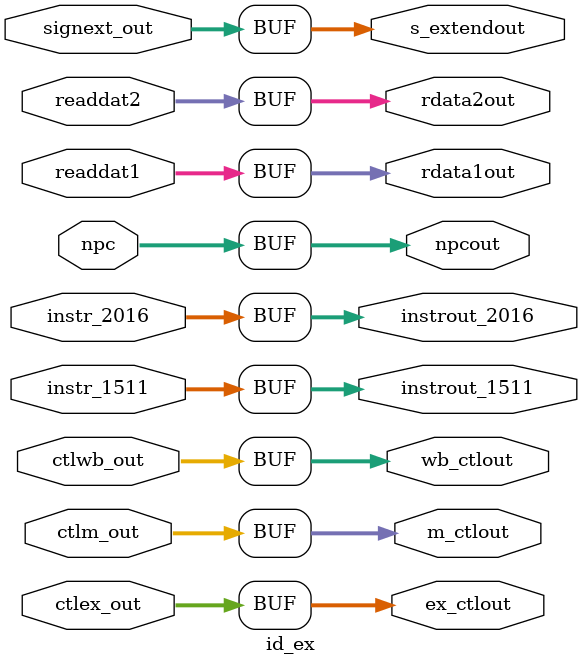
<source format=v>
`timescale 1ns / 1ps

module id_ex (
	input wire [1:0] ctlwb_out,
	input wire [2:0] ctlm_out,
	input wire [3:0] ctlex_out,
	input wire [31:0] npc, 
	input wire [31:0] readdat1, 
	input wire [31:0] readdat2, 
	input wire [31:0] signext_out,
	input wire [4:0] instr_2016, 
	input wire [4:0] instr_1511,
	output reg [1:0] wb_ctlout,
	output reg [2:0] m_ctlout,
	output reg [3:0] ex_ctlout,
	output reg [31:0] npcout, 
	output reg [31:0] rdata1out, 
	output reg [31:0] rdata2out, 
	output reg [31:0] s_extendout,
	output reg [4:0] instrout_2016, 
	output reg [4:0] instrout_1511 );

	initial begin
  		wb_ctlout <= 2'b0;
	  	m_ctlout <= 3'b0;
	  	ex_ctlout <= 4'b0;
	  	npcout <= 32'b0;
	  	rdata1out <= 32'b0;  
	  	rdata2out <= 32'b0;
	  	s_extendout <= 32'b0;
		instrout_2016 <= 5'b0; 
		instrout_1511 <= 5'b0; 
	end

	always @ * begin
 		#1;
	 	wb_ctlout <= ctlwb_out;
		m_ctlout <= ctlm_out;
		ex_ctlout <= ctlex_out; 
		npcout <= npc;
		rdata1out <= readdat1;
		rdata2out <= readdat2;
		s_extendout <= signext_out;
		instrout_2016 <= instr_2016;
		instrout_1511 <= instr_1511; 
	end
		
endmodule 
</source>
